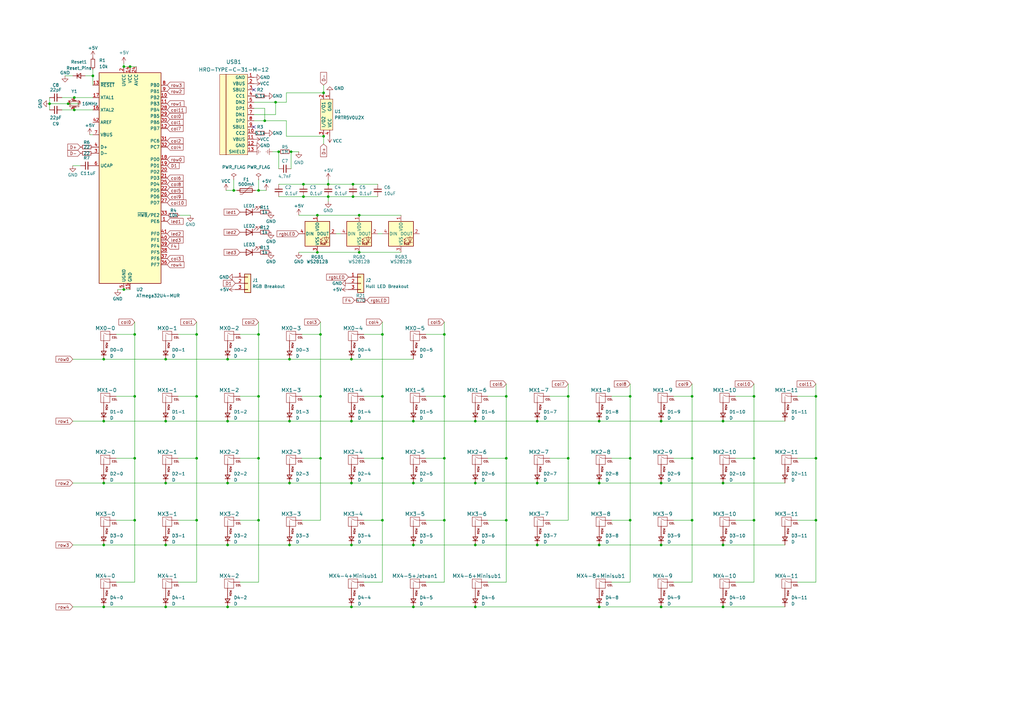
<source format=kicad_sch>
(kicad_sch (version 20211123) (generator eeschema)
  (paper "A3")
  (junction (at 144.145 172.72))
  (junction (at 220.345 198.12))
  (junction (at 93.345 248.92))
  (junction (at 144.78 75.565))
  (junction (at 106.045 78.105))
  (junction (at 245.745 172.72))
  (junction (at 144.145 223.52))
  (junction (at 131.445 187.96))
  (junction (at 283.845 162.56))
  (junction (at 233.045 162.56))
  (junction (at 124.46 80.645))
  (junction (at 42.545 147.32))
  (junction (at 42.545 172.72))
  (junction (at 134.62 75.565))
  (junction (at 271.145 248.92))
  (junction (at 80.645 137.16))
  (junction (at 156.845 187.96))
  (junction (at 132.715 38.1))
  (junction (at 309.245 187.96))
  (junction (at 93.345 198.12))
  (junction (at 283.845 213.36))
  (junction (at 182.245 162.56))
  (junction (at 169.545 198.12))
  (junction (at 207.645 187.96))
  (junction (at 144.145 147.32))
  (junction (at 309.245 162.56))
  (junction (at 296.545 198.12))
  (junction (at 131.445 162.56))
  (junction (at 233.045 187.96))
  (junction (at 245.745 198.12))
  (junction (at 194.945 223.52))
  (junction (at 80.645 162.56))
  (junction (at 334.645 187.96))
  (junction (at 296.545 223.52))
  (junction (at 258.445 162.56))
  (junction (at 27.94 42.545))
  (junction (at 220.345 172.72))
  (junction (at 67.945 172.72))
  (junction (at 106.045 187.96))
  (junction (at 144.78 80.645))
  (junction (at 93.345 147.32))
  (junction (at 169.545 223.52))
  (junction (at 113.03 41.91))
  (junction (at 50.8 27.305))
  (junction (at 156.845 162.56))
  (junction (at 283.845 187.96))
  (junction (at 271.145 223.52))
  (junction (at 93.345 172.72))
  (junction (at 67.945 198.12))
  (junction (at 334.645 213.36))
  (junction (at 147.32 103.505))
  (junction (at 95.885 78.105))
  (junction (at 134.62 80.645))
  (junction (at 182.245 137.16))
  (junction (at 118.745 198.12))
  (junction (at 207.645 162.56))
  (junction (at 156.845 213.36))
  (junction (at 194.945 248.92))
  (junction (at 124.46 75.565))
  (junction (at 147.32 88.265))
  (junction (at 114.3 62.23))
  (junction (at 245.745 223.52))
  (junction (at 30.48 40.005))
  (junction (at 194.945 198.12))
  (junction (at 55.245 187.96))
  (junction (at 42.545 248.92))
  (junction (at 106.045 213.36))
  (junction (at 245.745 248.92))
  (junction (at 182.245 213.36))
  (junction (at 108.585 49.53))
  (junction (at 296.545 248.92))
  (junction (at 42.545 198.12))
  (junction (at 42.545 223.52))
  (junction (at 169.545 248.92))
  (junction (at 334.645 162.56))
  (junction (at 118.745 172.72))
  (junction (at 182.245 187.96))
  (junction (at 130.175 88.265))
  (junction (at 296.545 172.72))
  (junction (at 67.945 147.32))
  (junction (at 132.715 55.88))
  (junction (at 93.345 223.52))
  (junction (at 194.945 172.72))
  (junction (at 309.245 213.36))
  (junction (at 30.48 45.085))
  (junction (at 207.645 213.36))
  (junction (at 258.445 213.36))
  (junction (at 271.145 172.72))
  (junction (at 53.34 27.305))
  (junction (at 80.645 187.96))
  (junction (at 144.145 248.92))
  (junction (at 106.045 137.16))
  (junction (at 67.945 248.92))
  (junction (at 144.145 198.12))
  (junction (at 131.445 137.16))
  (junction (at 67.945 223.52))
  (junction (at 55.245 213.36))
  (junction (at 55.245 137.16))
  (junction (at 119.38 62.23))
  (junction (at 271.145 198.12))
  (junction (at 20.32 42.545))
  (junction (at 220.345 223.52))
  (junction (at 38.1 31.115))
  (junction (at 80.645 213.36))
  (junction (at 106.045 162.56))
  (junction (at 156.845 137.16))
  (junction (at 169.545 172.72))
  (junction (at 118.745 147.32))
  (junction (at 50.8 118.745))
  (junction (at 258.445 187.96))
  (junction (at 130.175 103.505))
  (junction (at 118.745 223.52))
  (junction (at 55.245 162.56))
  (no_connect (at 104.14 52.07))
  (no_connect (at 104.14 36.83))
  (wire (pts (xy 283.845 213.36) (xy 283.845 238.76)))
  (wire (pts (xy 98.425 162.56) (xy 106.045 162.56)))
  (wire (pts (xy 104.14 44.45) (xy 108.585 44.45)))
  (wire (pts (xy 38.1 28.575) (xy 38.1 31.115)))
  (wire (pts (xy 132.715 55.88) (xy 132.715 59.055)))
  (wire (pts (xy 245.745 198.12) (xy 271.145 198.12)))
  (wire (pts (xy 134.62 80.645) (xy 134.62 82.55)))
  (wire (pts (xy 334.645 187.96) (xy 334.645 213.36)))
  (wire (pts (xy 182.245 213.36) (xy 182.245 238.76)))
  (wire (pts (xy 334.645 157.48) (xy 334.645 162.56)))
  (wire (pts (xy 156.845 187.96) (xy 156.845 213.36)))
  (wire (pts (xy 42.545 198.12) (xy 67.945 198.12)))
  (wire (pts (xy 245.745 223.52) (xy 271.145 223.52)))
  (wire (pts (xy 104.14 46.99) (xy 113.03 46.99)))
  (wire (pts (xy 124.46 80.645) (xy 134.62 80.645)))
  (wire (pts (xy 106.045 213.36) (xy 106.045 238.76)))
  (wire (pts (xy 93.345 198.12) (xy 118.745 198.12)))
  (wire (pts (xy 182.245 162.56) (xy 174.625 162.56)))
  (wire (pts (xy 98.425 187.96) (xy 106.045 187.96)))
  (wire (pts (xy 25.4 40.005) (xy 30.48 40.005)))
  (wire (pts (xy 131.445 137.16) (xy 131.445 162.56)))
  (wire (pts (xy 147.32 103.505) (xy 164.465 103.505)))
  (wire (pts (xy 92.71 78.105) (xy 95.885 78.105)))
  (wire (pts (xy 20.32 42.545) (xy 27.94 42.545)))
  (wire (pts (xy 50.8 27.305) (xy 53.34 27.305)))
  (wire (pts (xy 156.845 162.56) (xy 149.225 162.56)))
  (wire (pts (xy 47.625 162.56) (xy 55.245 162.56)))
  (wire (pts (xy 250.825 213.36) (xy 258.445 213.36)))
  (wire (pts (xy 194.945 172.72) (xy 220.345 172.72)))
  (wire (pts (xy 169.545 248.92) (xy 194.945 248.92)))
  (wire (pts (xy 73.025 238.76) (xy 80.645 238.76)))
  (wire (pts (xy 182.245 187.96) (xy 182.245 213.36)))
  (wire (pts (xy 200.025 187.96) (xy 207.645 187.96)))
  (wire (pts (xy 93.345 223.52) (xy 118.745 223.52)))
  (wire (pts (xy 93.345 248.92) (xy 144.145 248.92)))
  (wire (pts (xy 144.78 80.645) (xy 154.94 80.645)))
  (wire (pts (xy 334.645 162.56) (xy 334.645 187.96)))
  (wire (pts (xy 327.025 213.36) (xy 334.645 213.36)))
  (wire (pts (xy 144.145 223.52) (xy 169.545 223.52)))
  (wire (pts (xy 114.3 62.23) (xy 114.3 69.215)))
  (wire (pts (xy 67.945 147.32) (xy 93.345 147.32)))
  (wire (pts (xy 123.825 137.16) (xy 131.445 137.16)))
  (wire (pts (xy 80.645 187.96) (xy 80.645 213.36)))
  (wire (pts (xy 296.545 198.12) (xy 321.945 198.12)))
  (wire (pts (xy 283.845 162.56) (xy 283.845 187.96)))
  (wire (pts (xy 134.62 80.645) (xy 144.78 80.645)))
  (wire (pts (xy 144.78 75.565) (xy 154.94 75.565)))
  (wire (pts (xy 271.145 248.92) (xy 296.545 248.92)))
  (wire (pts (xy 258.445 213.36) (xy 258.445 238.76)))
  (wire (pts (xy 220.345 172.72) (xy 245.745 172.72)))
  (wire (pts (xy 104.775 78.105) (xy 106.045 78.105)))
  (wire (pts (xy 118.745 198.12) (xy 144.145 198.12)))
  (wire (pts (xy 309.245 187.96) (xy 309.245 213.36)))
  (wire (pts (xy 53.34 27.305) (xy 55.88 27.305)))
  (wire (pts (xy 113.03 41.91) (xy 113.03 46.99)))
  (wire (pts (xy 93.345 147.32) (xy 118.745 147.32)))
  (wire (pts (xy 271.145 223.52) (xy 296.545 223.52)))
  (wire (pts (xy 131.445 162.56) (xy 131.445 187.96)))
  (wire (pts (xy 334.645 238.76) (xy 327.025 238.76)))
  (wire (pts (xy 144.145 198.12) (xy 169.545 198.12)))
  (wire (pts (xy 296.545 223.52) (xy 321.945 223.52)))
  (wire (pts (xy 194.945 223.52) (xy 220.345 223.52)))
  (wire (pts (xy 174.625 213.36) (xy 182.245 213.36)))
  (wire (pts (xy 258.445 157.48) (xy 258.445 162.56)))
  (wire (pts (xy 156.845 213.36) (xy 156.845 238.76)))
  (wire (pts (xy 156.845 137.16) (xy 156.845 162.56)))
  (wire (pts (xy 194.945 198.12) (xy 220.345 198.12)))
  (wire (pts (xy 149.225 238.76) (xy 156.845 238.76)))
  (wire (pts (xy 25.4 45.085) (xy 30.48 45.085)))
  (wire (pts (xy 73.025 162.56) (xy 80.645 162.56)))
  (wire (pts (xy 169.545 198.12) (xy 194.945 198.12)))
  (wire (pts (xy 27.94 42.545) (xy 33.02 42.545)))
  (wire (pts (xy 67.945 248.92) (xy 93.345 248.92)))
  (wire (pts (xy 245.745 248.92) (xy 271.145 248.92)))
  (wire (pts (xy 207.645 187.96) (xy 207.645 213.36)))
  (wire (pts (xy 29.845 223.52) (xy 42.545 223.52)))
  (wire (pts (xy 80.645 213.36) (xy 80.645 238.76)))
  (wire (pts (xy 154.94 95.885) (xy 156.845 95.885)))
  (wire (pts (xy 114.3 75.565) (xy 124.46 75.565)))
  (wire (pts (xy 20.32 42.545) (xy 20.32 45.085)))
  (wire (pts (xy 124.46 75.565) (xy 134.62 75.565)))
  (wire (pts (xy 207.645 157.48) (xy 207.645 162.56)))
  (wire (pts (xy 134.62 73.66) (xy 134.62 75.565)))
  (wire (pts (xy 309.245 162.56) (xy 309.245 187.96)))
  (wire (pts (xy 67.945 198.12) (xy 93.345 198.12)))
  (wire (pts (xy 301.625 187.96) (xy 309.245 187.96)))
  (wire (pts (xy 122.555 103.505) (xy 130.175 103.505)))
  (wire (pts (xy 117.475 55.88) (xy 132.715 55.88)))
  (wire (pts (xy 156.845 132.08) (xy 156.845 137.16)))
  (wire (pts (xy 114.3 80.645) (xy 124.46 80.645)))
  (wire (pts (xy 106.045 162.56) (xy 106.045 187.96)))
  (wire (pts (xy 283.845 157.48) (xy 283.845 162.56)))
  (wire (pts (xy 67.945 223.52) (xy 93.345 223.52)))
  (wire (pts (xy 42.545 147.32) (xy 67.945 147.32)))
  (wire (pts (xy 108.585 49.53) (xy 117.475 49.53)))
  (wire (pts (xy 130.175 103.505) (xy 147.32 103.505)))
  (wire (pts (xy 174.625 187.96) (xy 182.245 187.96)))
  (wire (pts (xy 30.48 40.005) (xy 38.1 40.005)))
  (wire (pts (xy 131.445 187.96) (xy 131.445 213.36)))
  (wire (pts (xy 73.66 88.265) (xy 78.105 88.265)))
  (wire (pts (xy 327.025 162.56) (xy 334.645 162.56)))
  (wire (pts (xy 225.425 162.56) (xy 233.045 162.56)))
  (wire (pts (xy 95.885 78.105) (xy 97.155 78.105)))
  (wire (pts (xy 106.045 187.96) (xy 106.045 213.36)))
  (wire (pts (xy 104.14 41.91) (xy 113.03 41.91)))
  (wire (pts (xy 182.245 137.16) (xy 182.245 162.56)))
  (wire (pts (xy 149.225 137.16) (xy 156.845 137.16)))
  (wire (pts (xy 95.885 73.66) (xy 95.885 78.105)))
  (wire (pts (xy 20.32 40.005) (xy 20.32 42.545)))
  (wire (pts (xy 55.245 137.16) (xy 55.245 162.56)))
  (wire (pts (xy 47.625 213.36) (xy 55.245 213.36)))
  (wire (pts (xy 80.645 132.08) (xy 80.645 137.16)))
  (wire (pts (xy 106.045 137.16) (xy 106.045 162.56)))
  (wire (pts (xy 29.845 198.12) (xy 42.545 198.12)))
  (wire (pts (xy 220.345 223.52) (xy 245.745 223.52)))
  (wire (pts (xy 149.225 213.36) (xy 156.845 213.36)))
  (wire (pts (xy 38.1 31.115) (xy 38.1 34.925)))
  (wire (pts (xy 122.555 88.265) (xy 130.175 88.265)))
  (wire (pts (xy 296.545 172.72) (xy 321.945 172.72)))
  (wire (pts (xy 327.025 187.96) (xy 334.645 187.96)))
  (wire (pts (xy 80.645 162.56) (xy 80.645 187.96)))
  (wire (pts (xy 309.245 157.48) (xy 309.245 162.56)))
  (wire (pts (xy 207.645 213.36) (xy 207.645 238.76)))
  (wire (pts (xy 233.045 157.48) (xy 233.045 162.56)))
  (wire (pts (xy 123.825 213.36) (xy 131.445 213.36)))
  (wire (pts (xy 118.745 172.72) (xy 144.145 172.72)))
  (wire (pts (xy 207.645 162.56) (xy 207.645 187.96)))
  (wire (pts (xy 98.425 137.16) (xy 106.045 137.16)))
  (wire (pts (xy 250.825 162.56) (xy 258.445 162.56)))
  (wire (pts (xy 55.245 238.76) (xy 47.625 238.76)))
  (wire (pts (xy 276.225 162.56) (xy 283.845 162.56)))
  (wire (pts (xy 301.625 213.36) (xy 309.245 213.36)))
  (wire (pts (xy 47.625 137.16) (xy 55.245 137.16)))
  (wire (pts (xy 144.145 147.32) (xy 169.545 147.32)))
  (wire (pts (xy 156.845 162.56) (xy 156.845 187.96)))
  (wire (pts (xy 174.625 137.16) (xy 182.245 137.16)))
  (wire (pts (xy 233.045 187.96) (xy 233.045 213.36)))
  (wire (pts (xy 137.795 95.885) (xy 139.7 95.885)))
  (wire (pts (xy 118.745 147.32) (xy 144.145 147.32)))
  (wire (pts (xy 309.245 238.76) (xy 301.625 238.76)))
  (wire (pts (xy 42.545 248.92) (xy 67.945 248.92)))
  (wire (pts (xy 207.645 238.76) (xy 200.025 238.76)))
  (wire (pts (xy 55.245 213.36) (xy 55.245 238.76)))
  (wire (pts (xy 131.445 132.08) (xy 131.445 137.16)))
  (wire (pts (xy 42.545 172.72) (xy 67.945 172.72)))
  (wire (pts (xy 80.645 137.16) (xy 80.645 162.56)))
  (wire (pts (xy 50.8 26.035) (xy 50.8 27.305)))
  (wire (pts (xy 200.025 213.36) (xy 207.645 213.36)))
  (wire (pts (xy 42.545 223.52) (xy 67.945 223.52)))
  (wire (pts (xy 182.245 162.56) (xy 182.245 187.96)))
  (wire (pts (xy 169.545 223.52) (xy 194.945 223.52)))
  (wire (pts (xy 55.245 132.08) (xy 55.245 137.16)))
  (wire (pts (xy 93.345 172.72) (xy 118.745 172.72)))
  (wire (pts (xy 119.38 62.23) (xy 119.38 69.215)))
  (wire (pts (xy 26.67 31.115) (xy 29.845 31.115)))
  (wire (pts (xy 119.38 62.23) (xy 122.555 62.23)))
  (wire (pts (xy 29.845 147.32) (xy 42.545 147.32)))
  (wire (pts (xy 111.76 62.23) (xy 114.3 62.23)))
  (wire (pts (xy 245.745 172.72) (xy 271.145 172.72)))
  (wire (pts (xy 258.445 238.76) (xy 250.825 238.76)))
  (wire (pts (xy 283.845 187.96) (xy 283.845 213.36)))
  (wire (pts (xy 283.845 238.76) (xy 276.225 238.76)))
  (wire (pts (xy 334.645 213.36) (xy 334.645 238.76)))
  (wire (pts (xy 301.625 162.56) (xy 309.245 162.56)))
  (wire (pts (xy 47.625 187.96) (xy 55.245 187.96)))
  (wire (pts (xy 144.145 248.92) (xy 169.545 248.92)))
  (wire (pts (xy 104.14 49.53) (xy 108.585 49.53)))
  (wire (pts (xy 225.425 187.96) (xy 233.045 187.96)))
  (wire (pts (xy 118.745 223.52) (xy 144.145 223.52)))
  (wire (pts (xy 113.03 41.91) (xy 117.475 41.91)))
  (wire (pts (xy 123.825 187.96) (xy 131.445 187.96)))
  (wire (pts (xy 258.445 162.56) (xy 258.445 187.96)))
  (wire (pts (xy 67.945 172.72) (xy 93.345 172.72)))
  (wire (pts (xy 233.045 213.36) (xy 225.425 213.36)))
  (wire (pts (xy 117.475 49.53) (xy 117.475 55.88)))
  (wire (pts (xy 132.715 38.1) (xy 132.715 34.925)))
  (wire (pts (xy 149.225 187.96) (xy 156.845 187.96)))
  (wire (pts (xy 169.545 172.72) (xy 194.945 172.72)))
  (wire (pts (xy 276.225 213.36) (xy 283.845 213.36)))
  (wire (pts (xy 73.025 187.96) (xy 80.645 187.96)))
  (wire (pts (xy 147.32 88.265) (xy 164.465 88.265)))
  (wire (pts (xy 123.825 162.56) (xy 131.445 162.56)))
  (wire (pts (xy 296.545 248.92) (xy 321.945 248.92)))
  (wire (pts (xy 276.225 187.96) (xy 283.845 187.96)))
  (wire (pts (xy 73.025 213.36) (xy 80.645 213.36)))
  (wire (pts (xy 130.175 88.265) (xy 147.32 88.265)))
  (wire (pts (xy 220.345 198.12) (xy 245.745 198.12)))
  (wire (pts (xy 117.475 41.91) (xy 117.475 38.1)))
  (wire (pts (xy 50.8 118.745) (xy 53.34 118.745)))
  (wire (pts (xy 144.145 172.72) (xy 169.545 172.72)))
  (wire (pts (xy 200.025 162.56) (xy 207.645 162.56)))
  (wire (pts (xy 106.045 238.76) (xy 98.425 238.76)))
  (wire (pts (xy 29.845 172.72) (xy 42.545 172.72)))
  (wire (pts (xy 55.245 187.96) (xy 55.245 213.36)))
  (wire (pts (xy 36.83 55.245) (xy 38.1 55.245)))
  (wire (pts (xy 106.045 78.105) (xy 109.22 78.105)))
  (wire (pts (xy 174.625 238.76) (xy 182.245 238.76)))
  (wire (pts (xy 271.145 172.72) (xy 296.545 172.72)))
  (wire (pts (xy 98.425 213.36) (xy 106.045 213.36)))
  (wire (pts (xy 29.845 248.92) (xy 42.545 248.92)))
  (wire (pts (xy 194.945 248.92) (xy 245.745 248.92)))
  (wire (pts (xy 34.925 31.115) (xy 38.1 31.115)))
  (wire (pts (xy 250.825 187.96) (xy 258.445 187.96)))
  (wire (pts (xy 29.845 67.945) (xy 33.02 67.945)))
  (wire (pts (xy 106.045 73.66) (xy 106.045 78.105)))
  (wire (pts (xy 309.245 213.36) (xy 309.245 238.76)))
  (wire (pts (xy 258.445 187.96) (xy 258.445 213.36)))
  (wire (pts (xy 108.585 44.45) (xy 108.585 49.53)))
  (wire (pts (xy 30.48 45.085) (xy 38.1 45.085)))
  (wire (pts (xy 182.245 132.08) (xy 182.245 137.16)))
  (wire (pts (xy 117.475 38.1) (xy 132.715 38.1)))
  (wire (pts (xy 233.045 162.56) (xy 233.045 187.96)))
  (wire (pts (xy 73.025 137.16) (xy 80.645 137.16)))
  (wire (pts (xy 55.245 162.56) (xy 55.245 187.96)))
  (wire (pts (xy 106.045 132.08) (xy 106.045 137.16)))
  (wire (pts (xy 271.145 198.12) (xy 296.545 198.12)))
  (wire (pts (xy 134.62 75.565) (xy 144.78 75.565)))
  (wire (pts (xy 48.26 118.745) (xy 50.8 118.745)))
  (global_label "led3" (shape input) (at 98.425 103.505 180) (property "Intersheet References" "${INTERSHEET_REFS}" (effects hide)))
  (global_label "col9" (shape input) (at 68.58 80.645 0) (property "Intersheet References" "${INTERSHEET_REFS}" (effects hide)))
  (global_label "led2" (shape input) (at 98.425 95.25 180) (property "Intersheet References" "${INTERSHEET_REFS}" (effects hide)))
  (global_label "led1" (shape input) (at 68.58 90.805 0) (property "Intersheet References" "${INTERSHEET_REFS}" (effects hide)))
  (global_label "rgbLED" (shape input) (at 150.495 123.19 0) (property "Intersheet References" "${INTERSHEET_REFS}" (effects hide)))
  (global_label "D1" (shape input) (at 68.58 67.945 0) (property "Intersheet References" "${INTERSHEET_REFS}" (effects hide)))
  (global_label "D-" (shape input) (at 33.02 62.865 180) (property "Intersheet References" "${INTERSHEET_REFS}" (effects hide)))
  (global_label "D+" (shape input) (at 33.02 60.325 180) (property "Intersheet References" "${INTERSHEET_REFS}" (effects hide)))
  (global_label "row3" (shape input) (at 29.845 223.52 180) (property "Intersheet References" "${INTERSHEET_REFS}" (effects hide)))
  (global_label "col11" (shape input) (at 334.645 157.48 180) (property "Intersheet References" "${INTERSHEET_REFS}" (effects hide)))
  (global_label "col2" (shape input) (at 106.045 132.08 180) (property "Intersheet References" "${INTERSHEET_REFS}" (effects hide)))
  (global_label "col0" (shape input) (at 55.245 132.08 180) (property "Intersheet References" "${INTERSHEET_REFS}" (effects hide)))
  (global_label "rgbLED" (shape input) (at 122.555 95.885 180) (property "Intersheet References" "${INTERSHEET_REFS}" (effects hide)))
  (global_label "col9" (shape input) (at 283.845 157.48 180) (property "Intersheet References" "${INTERSHEET_REFS}" (effects hide)))
  (global_label "col8" (shape input) (at 258.445 157.48 180) (property "Intersheet References" "${INTERSHEET_REFS}" (effects hide)))
  (global_label "col10" (shape input) (at 68.58 83.185 0) (property "Intersheet References" "${INTERSHEET_REFS}" (effects hide)))
  (global_label "D+" (shape input) (at 132.715 59.055 270) (property "Intersheet References" "${INTERSHEET_REFS}" (effects hide)))
  (global_label "row2" (shape input) (at 29.845 198.12 180) (property "Intersheet References" "${INTERSHEET_REFS}" (effects hide)))
  (global_label "row0" (shape input) (at 68.58 65.405 0) (property "Intersheet References" "${INTERSHEET_REFS}" (effects hide)))
  (global_label "row0" (shape input) (at 29.845 147.32 180) (property "Intersheet References" "${INTERSHEET_REFS}" (effects hide)))
  (global_label "row4" (shape input) (at 29.845 248.92 180) (property "Intersheet References" "${INTERSHEET_REFS}" (effects hide)))
  (global_label "F4" (shape input) (at 68.58 100.965 0) (property "Intersheet References" "${INTERSHEET_REFS}" (effects hide)))
  (global_label "col7" (shape input) (at 68.58 52.705 0) (property "Intersheet References" "${INTERSHEET_REFS}" (effects hide)))
  (global_label "col7" (shape input) (at 233.045 157.48 180) (property "Intersheet References" "${INTERSHEET_REFS}" (effects hide)))
  (global_label "col5" (shape input) (at 182.245 132.08 180) (property "Intersheet References" "${INTERSHEET_REFS}" (effects hide)))
  (global_label "col11" (shape input) (at 68.58 45.085 0) (property "Intersheet References" "${INTERSHEET_REFS}" (effects hide)))
  (global_label "row2" (shape input) (at 68.58 37.465 0) (property "Intersheet References" "${INTERSHEET_REFS}" (effects hide)))
  (global_label "row3" (shape input) (at 68.58 34.925 0) (property "Intersheet References" "${INTERSHEET_REFS}" (effects hide)))
  (global_label "col1" (shape input) (at 68.58 50.165 0) (property "Intersheet References" "${INTERSHEET_REFS}" (effects hide)))
  (global_label "led3" (shape input) (at 68.58 98.425 0) (property "Intersheet References" "${INTERSHEET_REFS}" (effects hide)))
  (global_label "col4" (shape input) (at 68.58 60.325 0) (property "Intersheet References" "${INTERSHEET_REFS}" (effects hide)))
  (global_label "col6" (shape input) (at 207.645 157.48 180) (property "Intersheet References" "${INTERSHEET_REFS}" (effects hide)))
  (global_label "col3" (shape input) (at 131.445 132.08 180) (property "Intersheet References" "${INTERSHEET_REFS}" (effects hide)))
  (global_label "D1" (shape input) (at 96.52 116.205 180) (property "Intersheet References" "${INTERSHEET_REFS}" (effects hide)))
  (global_label "col8" (shape input) (at 68.58 75.565 0) (property "Intersheet References" "${INTERSHEET_REFS}" (effects hide)))
  (global_label "D-" (shape input) (at 132.715 34.925 90) (property "Intersheet References" "${INTERSHEET_REFS}" (effects hide)))
  (global_label "col1" (shape input) (at 80.645 132.08 180) (property "Intersheet References" "${INTERSHEET_REFS}" (effects hide)))
  (global_label "col3" (shape input) (at 68.58 106.045 0) (property "Intersheet References" "${INTERSHEET_REFS}" (effects hide)))
  (global_label "col5" (shape input) (at 68.58 78.105 0) (property "Intersheet References" "${INTERSHEET_REFS}" (effects hide)))
  (global_label "col2" (shape input) (at 68.58 57.785 0) (property "Intersheet References" "${INTERSHEET_REFS}" (effects hide)))
  (global_label "led1" (shape input) (at 98.425 86.995 180) (property "Intersheet References" "${INTERSHEET_REFS}" (effects hide)))
  (global_label "rgbLED" (shape input) (at 142.875 113.665 180) (property "Intersheet References" "${INTERSHEET_REFS}" (effects hide)))
  (global_label "row4" (shape input) (at 68.58 108.585 0) (property "Intersheet References" "${INTERSHEET_REFS}" (effects hide)))
  (global_label "row1" (shape input) (at 29.845 172.72 180) (property "Intersheet References" "${INTERSHEET_REFS}" (effects hide)))
  (global_label "col4" (shape input) (at 156.845 132.08 180) (property "Intersheet References" "${INTERSHEET_REFS}" (effects hide)))
  (global_label "led2" (shape input) (at 68.58 95.885 0) (property "Intersheet References" "${INTERSHEET_REFS}" (effects hide)))
  (global_label "row1" (shape input) (at 68.58 42.545 0) (property "Intersheet References" "${INTERSHEET_REFS}" (effects hide)))
  (global_label "col0" (shape input) (at 68.58 47.625 0) (property "Intersheet References" "${INTERSHEET_REFS}" (effects hide)))
  (global_label "F4" (shape input) (at 145.415 123.19 180) (property "Intersheet References" "${INTERSHEET_REFS}" (effects hide)))
  (global_label "col10" (shape input) (at 309.245 157.48 180) (property "Intersheet References" "${INTERSHEET_REFS}" (effects hide)))
  (global_label "col6" (shape input) (at 68.58 73.025 0) (property "Intersheet References" "${INTERSHEET_REFS}" (effects hide)))
  (symbol (lib_id "MX_Alps_Hybrid:MX-NoLED") (at 221.615 214.63 0) (unit 1)
    (property "Reference" "MX3-7" (at 220.98 210.82 0) (effects (font (size 1.524 1.524))))
    (property "Value" "MX-NoLED" (effects hide))
    (property "Footprint" "MX_Only:MXOnly-1U-Hotswap" (effects hide))
  )
  (symbol (lib_id "power:+5V") (at 109.22 78.105 0) (unit 1)
    (property "Reference" "#PWR0103" (effects hide))
    (property "Value" "+5V" (at 109.22 74.295 0))
  )
  (symbol (lib_id "Device:D_Small") (at 321.945 170.18 90) (unit 1)
    (property "Reference" "D1-11" (at 324.485 168.9099 90) (effects (justify right)))
    (property "Value" "D" (at 324.485 171.45 90) (effects (justify right)))
    (property "Footprint" "Diode_SMD:D_SOD-123" (effects hide))
  )
  (symbol (lib_id "Device:D_Small") (at 93.345 195.58 90) (unit 1)
    (property "Reference" "D2-2" (at 95.885 194.3099 90) (effects (justify right)))
    (property "Value" "D" (at 95.885 196.85 90) (effects (justify right)))
    (property "Footprint" "Diode_SMD:D_SOD-123" (effects hide))
  )
  (symbol (lib_id "Device:D_Small") (at 245.745 195.58 90) (unit 1)
    (property "Reference" "D2-8" (at 248.285 194.3099 90) (effects (justify right)))
    (property "Value" "D" (at 248.285 196.85 90) (effects (justify right)))
    (property "Footprint" "Diode_SMD:D_SOD-123" (effects hide))
  )
  (symbol (lib_id "power:GND") (at 111.125 103.505 0) (unit 1)
    (property "Reference" "#PWR0113" (effects hide))
    (property "Value" "GND" (at 111.125 107.315 0))
  )
  (symbol (lib_id "Device:R_Small") (at 38.1 26.035 0) (unit 1)
    (property "Reference" "R1" (at 40.64 24.7649 0) (effects (justify left)))
    (property "Value" "10k" (at 40.64 27.3049 0) (effects (justify left)))
    (property "Footprint" "Resistor_SMD:R_0603_1608Metric" (effects hide))
  )
  (symbol (lib_id "Device:C_Small") (at 22.86 45.085 90) (unit 1)
    (property "Reference" "C9" (at 22.86 50.8 90))
    (property "Value" "22pF" (at 22.86 48.26 90))
    (property "Footprint" "Capacitor_SMD:C_0603_1608Metric" (effects hide))
  )
  (symbol (lib_id "power:GND") (at 20.32 42.545 270) (unit 1)
    (property "Reference" "#PWR0108" (effects hide))
    (property "Value" "GND" (at 16.51 42.545 0))
  )
  (symbol (lib_id "Device:D_Small") (at 42.545 220.98 90) (unit 1)
    (property "Reference" "D3-0" (at 45.085 219.7099 90) (effects (justify right)))
    (property "Value" "D" (at 45.085 222.25 90) (effects (justify right)))
    (property "Footprint" "Diode_SMD:D_SOD-123" (effects hide))
  )
  (symbol (lib_id "MX_Alps_Hybrid:MX-NoLED") (at 247.015 189.23 0) (unit 1)
    (property "Reference" "MX2-8" (at 246.38 185.42 0) (effects (font (size 1.524 1.524))))
    (property "Value" "MX-NoLED" (effects hide))
    (property "Footprint" "MX_Only:MXOnly-1U-Hotswap" (effects hide))
  )
  (symbol (lib_id "Device:D_Small") (at 93.345 144.78 90) (unit 1)
    (property "Reference" "D0-2" (at 95.885 143.5099 90) (effects (justify right)))
    (property "Value" "D" (at 95.885 146.05 90) (effects (justify right)))
    (property "Footprint" "Diode_SMD:D_SOD-123" (effects hide))
  )
  (symbol (lib_id "MX_Alps_Hybrid:MX-NoLED") (at 43.815 138.43 0) (unit 1)
    (property "Reference" "MX0-0" (at 43.18 134.62 0) (effects (font (size 1.524 1.524))))
    (property "Value" "MX-NoLED" (effects hide))
    (property "Footprint" "MX_Only:MXOnly-1U-Hotswap" (effects hide))
  )
  (symbol (lib_id "Device:C_Small") (at 124.46 78.105 0) (unit 1)
    (property "Reference" "C3" (at 127 76.8412 0) (effects (justify left)))
    (property "Value" "0.1uF" (at 127 79.3812 0) (effects (justify left)))
    (property "Footprint" "Capacitor_SMD:C_0603_1608Metric" (effects hide))
  )
  (symbol (lib_id "power:GND") (at 122.555 62.23 0) (unit 1)
    (property "Reference" "#PWR0121" (effects hide))
    (property "Value" "GND" (at 122.555 66.675 0))
  )
  (symbol (lib_id "Type-C:HRO-TYPE-C-31-M-12") (at 101.6 45.72 0) (unit 1)
    (property "Reference" "USB1" (at 95.885 25.4 0) (effects (font (size 1.524 1.524))))
    (property "Value" "HRO-TYPE-C-31-M-12" (at 95.885 28.575 0) (effects (font (size 1.524 1.524))))
    (property "Footprint" "Type-C:HRO-TYPE-C-31-M-12-Assembly" (effects hide))
  )
  (symbol (lib_id "power:GND") (at 29.845 67.945 0) (unit 1)
    (property "Reference" "#PWR0116" (effects hide))
    (property "Value" "GND" (at 29.845 71.755 0))
  )
  (symbol (lib_id "MX_Alps_Hybrid:MX-NoLED") (at 69.215 240.03 0) (unit 1)
    (property "Reference" "MX4-1" (at 68.58 236.22 0) (effects (font (size 1.524 1.524))))
    (property "Value" "MX-NoLED" (effects hide))
    (property "Footprint" "MX_Only:MXOnly-1U-Hotswap" (effects hide))
  )
  (symbol (lib_id "Device:D_Small") (at 42.545 144.78 90) (unit 1)
    (property "Reference" "D0-0" (at 45.085 143.5099 90) (effects (justify right)))
    (property "Value" "D" (at 45.085 146.05 90) (effects (justify right)))
    (property "Footprint" "Diode_SMD:D_SOD-123" (effects hide))
  )
  (symbol (lib_id "Device:D_Small") (at 296.545 246.38 90) (unit 1)
    (property "Reference" "D4-10" (at 299.085 245.1099 90) (effects (justify right)))
    (property "Value" "D" (at 299.085 247.65 90) (effects (justify right)))
    (property "Footprint" "Diode_SMD:D_SOD-123" (effects hide))
  )
  (symbol (lib_id "LED:WS2812B") (at 130.175 95.885 0) (unit 1)
    (property "Reference" "RGB1" (at 130.175 105.41 0))
    (property "Value" "WS2812B" (at 130.175 107.315 0))
    (property "Footprint" "Keebio-Parts:WS2812B" (effects hide))
    (property "Datasheet" "https://cdn-shop.adafruit.com/datasheets/WS2812B.pdf" (effects hide))
  )
  (symbol (lib_id "MX_Alps_Hybrid:MX-NoLED") (at 247.015 214.63 0) (unit 1)
    (property "Reference" "MX3-8" (at 246.38 210.82 0) (effects (font (size 1.524 1.524))))
    (property "Value" "MX-NoLED" (effects hide))
    (property "Footprint" "MX_Only:MXOnly-1U-Hotswap" (effects hide))
  )
  (symbol (lib_id "power:GND") (at 134.62 82.55 0) (unit 1)
    (property "Reference" "#PWR0101" (effects hide))
    (property "Value" "GND" (at 134.62 86.36 0))
  )
  (symbol (lib_id "power:GND") (at 111.125 86.995 0) (unit 1)
    (property "Reference" "#PWR0111" (effects hide))
    (property "Value" "GND" (at 111.125 90.805 0))
  )
  (symbol (lib_id "MX_Alps_Hybrid:MX-NoLED") (at 43.815 214.63 0) (unit 1)
    (property "Reference" "MX3-0" (at 43.18 210.82 0) (effects (font (size 1.524 1.524))))
    (property "Value" "MX-NoLED" (effects hide))
    (property "Footprint" "MX_Only:MXOnly-1.75U-Hotswap" (effects hide))
  )
  (symbol (lib_id "Device:R_Small") (at 108.585 103.505 90) (unit 1)
    (property "Reference" "R13" (at 108.585 101.6 90))
    (property "Value" "1k" (at 108.585 103.505 90))
    (property "Footprint" "Resistor_SMD:R_0805_2012Metric" (effects hide))
  )
  (symbol (lib_id "MX_Alps_Hybrid:MX-NoLED") (at 43.815 163.83 0) (unit 1)
    (property "Reference" "MX1-0" (at 43.815 160.02 0) (effects (font (size 1.524 1.524))))
    (property "Value" "MX-NoLED" (effects hide))
    (property "Footprint" "MX_Only:MXOnly-1U-Hotswap" (effects hide))
  )
  (symbol (lib_id "Device:C_Small") (at 35.56 67.945 90) (unit 1)
    (property "Reference" "C1" (at 34.29 71.12 90))
    (property "Value" "1uF" (at 37.465 71.12 90))
    (property "Footprint" "Capacitor_SMD:C_0603_1608Metric" (effects hide))
  )
  (symbol (lib_id "MX_Alps_Hybrid:MX-NoLED") (at 145.415 138.43 0) (unit 1)
    (property "Reference" "MX0-4" (at 144.78 134.62 0) (effects (font (size 1.524 1.524))))
    (property "Value" "MX-NoLED" (effects hide))
    (property "Footprint" "MX_Only:MXOnly-1U-Hotswap" (effects hide))
  )
  (symbol (lib_id "Connector_Generic:Conn_01x03") (at 147.955 116.205 0) (unit 1)
    (property "Reference" "J2" (at 149.86 114.935 0) (effects (justify left)))
    (property "Value" "Hull LED Breakout" (at 149.86 117.475 0) (effects (justify left)))
    (property "Footprint" "Connector_PinHeader_2.54mm:PinHeader_1x03_P2.54mm_Vertical" (effects hide))
  )
  (symbol (lib_id "Device:D_Small") (at 118.745 144.78 90) (unit 1)
    (property "Reference" "D0-3" (at 121.285 143.5099 90) (effects (justify right)))
    (property "Value" "D" (at 121.285 146.05 90) (effects (justify right)))
    (property "Footprint" "Diode_SMD:D_SOD-123" (effects hide))
  )
  (symbol (lib_id "Device:D_Small") (at 220.345 170.18 90) (unit 1)
    (property "Reference" "D1-7" (at 222.885 168.9099 90) (effects (justify right)))
    (property "Value" "D" (at 222.885 171.45 90) (effects (justify right)))
    (property "Footprint" "Diode_SMD:D_SOD-123" (effects hide))
  )
  (symbol (lib_id "Device:D_Small") (at 118.745 220.98 90) (unit 1)
    (property "Reference" "D3-3" (at 121.285 219.7099 90) (effects (justify right)))
    (property "Value" "D" (at 121.285 222.25 90) (effects (justify right)))
    (property "Footprint" "Diode_SMD:D_SOD-123" (effects hide))
  )
  (symbol (lib_id "Device:D_Small") (at 271.145 195.58 90) (unit 1)
    (property "Reference" "D2-9" (at 273.685 194.3099 90) (effects (justify right)))
    (property "Value" "D" (at 273.685 196.85 90) (effects (justify right)))
    (property "Footprint" "Diode_SMD:D_SOD-123" (effects hide))
  )
  (symbol (lib_id "Device:Crystal_GND24_Small") (at 30.48 42.545 270) (unit 1)
    (property "Reference" "Y1" (at 30.48 37.465 90))
    (property "Value" "16MHz" (at 36.83 42.545 90))
    (property "Footprint" "Crystal:Crystal_SMD_3225-4Pin_3.2x2.5mm" (effects hide))
  )
  (symbol (lib_id "power:VCC") (at 92.71 78.105 0) (unit 1)
    (property "Reference" "#PWR0126" (effects hide))
    (property "Value" "VCC" (at 92.71 74.295 0))
  )
  (symbol (lib_id "power:GND") (at 104.14 59.69 90) (unit 1)
    (property "Reference" "#PWR0106" (effects hide))
    (property "Value" "GND" (at 106.68 59.69 90) (effects (justify right)))
  )
  (symbol (lib_id "MX_Alps_Hybrid:MX-NoLED") (at 94.615 214.63 0) (unit 1)
    (property "Reference" "MX3-2" (at 93.98 210.82 0) (effects (font (size 1.524 1.524))))
    (property "Value" "MX-NoLED" (effects hide))
    (property "Footprint" "MX_Only:MXOnly-1U-Hotswap" (effects hide))
  )
  (symbol (lib_id "MX_Alps_Hybrid:MX-NoLED") (at 94.615 163.83 0) (unit 1)
    (property "Reference" "MX1-2" (at 93.98 160.02 0) (effects (font (size 1.524 1.524))))
    (property "Value" "MX-NoLED" (effects hide))
    (property "Footprint" "MX_Only:MXOnly-1U-Hotswap" (effects hide))
  )
  (symbol (lib_id "MX_Alps_Hybrid:MX-NoLED") (at 145.415 214.63 0) (unit 1)
    (property "Reference" "MX3-4" (at 144.78 210.82 0) (effects (font (size 1.524 1.524))))
    (property "Value" "MX-NoLED" (effects hide))
    (property "Footprint" "MX_Only:MXOnly-1U-Hotswap" (effects hide))
  )
  (symbol (lib_id "power:VCC") (at 104.14 34.29 270) (unit 1)
    (property "Reference" "#PWR0124" (effects hide))
    (property "Value" "VCC" (at 108.585 34.29 90))
  )
  (symbol (lib_id "Device:D_Small") (at 144.145 220.98 90) (unit 1)
    (property "Reference" "D3-4" (at 146.685 219.7099 90) (effects (justify right)))
    (property "Value" "D" (at 146.685 222.25 90) (effects (justify right)))
    (property "Footprint" "Diode_SMD:D_SOD-123" (effects hide))
  )
  (symbol (lib_id "MX_Alps_Hybrid:MX-NoLED") (at 120.015 138.43 0) (unit 1)
    (property "Reference" "MX0-3" (at 119.38 134.62 0) (effects (font (size 1.524 1.524))))
    (property "Value" "MX-NoLED" (effects hide))
    (property "Footprint" "MX_Only:MXOnly-1U-Hotswap" (effects hide))
  )
  (symbol (lib_id "Device:D_Small") (at 144.145 195.58 90) (unit 1)
    (property "Reference" "D2-4" (at 146.685 194.3099 90) (effects (justify right)))
    (property "Value" "D" (at 146.685 196.85 90) (effects (justify right)))
    (property "Footprint" "Diode_SMD:D_SOD-123" (effects hide))
  )
  (symbol (lib_id "Device:D_Small") (at 194.945 220.98 90) (unit 1)
    (property "Reference" "D3-6" (at 197.485 219.7099 90) (effects (justify right)))
    (property "Value" "D" (at 197.485 222.25 90) (effects (justify right)))
    (property "Footprint" "Diode_SMD:D_SOD-123" (effects hide))
  )
  (symbol (lib_id "power:+5V") (at 36.83 55.245 0) (unit 1)
    (property "Reference" "#PWR0110" (effects hide))
    (property "Value" "+5V" (at 36.83 51.435 0))
  )
  (symbol (lib_id "Device:R_Small") (at 116.84 62.23 90) (unit 1)
    (property "Reference" "R5" (at 116.84 60.325 90))
    (property "Value" "1M" (at 116.84 62.23 90))
    (property "Footprint" "Resistor_SMD:R_0603_1608Metric" (effects hide))
  )
  (symbol (lib_id "MX_Alps_Hybrid:MX-NoLED") (at 196.215 189.23 0) (unit 1)
    (property "Reference" "MX2-6" (at 195.58 185.42 0) (effects (font (size 1.524 1.524))))
    (property "Value" "MX-NoLED" (effects hide))
    (property "Footprint" "MX_Only:MXOnly-1U-Hotswap" (effects hide))
  )
  (symbol (lib_id "Device:D_Small") (at 220.345 195.58 90) (unit 1)
    (property "Reference" "D2-7" (at 222.885 194.3099 90) (effects (justify right)))
    (property "Value" "D" (at 222.885 196.85 90) (effects (justify right)))
    (property "Footprint" "Diode_SMD:D_SOD-123" (effects hide))
  )
  (symbol (lib_id "MX_Alps_Hybrid:MX-NoLED") (at 297.815 240.03 0) (unit 1)
    (property "Reference" "MX4-10" (at 297.18 236.22 0) (effects (font (size 1.524 1.524))))
    (property "Value" "MX-NoLED" (effects hide))
    (property "Footprint" "MX_Only:MXOnly-1U-Hotswap" (effects hide))
  )
  (symbol (lib_id "Device:R_Small") (at 35.56 60.325 90) (unit 1)
    (property "Reference" "R6" (at 35.56 58.42 90))
    (property "Value" "22" (at 35.56 60.325 90))
    (property "Footprint" "Resistor_SMD:R_0805_2012Metric" (effects hide))
  )
  (symbol (lib_id "Device:D_Small") (at 144.145 246.38 90) (unit 1)
    (property "Reference" "D4-4" (at 146.685 245.1099 90) (effects (justify right)))
    (property "Value" "D" (at 146.685 247.65 90) (effects (justify right)))
    (property "Footprint" "Diode_SMD:D_SOD-123" (effects hide))
  )
  (symbol (lib_id "Device:R_Small") (at 106.68 54.61 90) (unit 1)
    (property "Reference" "R3" (at 106.68 52.07 90))
    (property "Value" "5.1k" (at 106.68 54.61 90))
    (property "Footprint" "Resistor_SMD:R_0603_1608Metric" (effects hide))
  )
  (symbol (lib_id "MX_Alps_Hybrid:MX-NoLED") (at 170.815 240.03 0) (unit 1)
    (property "Reference" "MX4-5+Jetvan1" (at 170.18 236.22 0) (effects (font (size 1.524 1.524))))
    (property "Value" "MX-NoLED" (effects hide))
    (property "Footprint" "MX_Only:MXOnly-6.25U-Hotswap-ReversedStabilizers" (effects hide))
  )
  (symbol (lib_id "MX_Alps_Hybrid:MX-NoLED") (at 297.815 189.23 0) (unit 1)
    (property "Reference" "MX2-10" (at 297.18 185.42 0) (effects (font (size 1.524 1.524))))
    (property "Value" "MX-NoLED" (effects hide))
    (property "Footprint" "MX_Only:MXOnly-1U-Hotswap" (effects hide))
  )
  (symbol (lib_id "Device:D_Small") (at 42.545 246.38 90) (unit 1)
    (property "Reference" "D4-0" (at 45.085 245.1099 90) (effects (justify right)))
    (property "Value" "D" (at 45.085 247.65 90) (effects (justify right)))
    (property "Footprint" "Diode_SMD:D_SOD-123" (effects hide))
  )
  (symbol (lib_id "power:+5V") (at 38.1 23.495 0) (unit 1)
    (property "Reference" "#PWR0114" (effects hide))
    (property "Value" "+5V" (at 38.1 19.685 0))
  )
  (symbol (lib_id "Device:D_Small") (at 93.345 220.98 90) (unit 1)
    (property "Reference" "D3-2" (at 95.885 219.7099 90) (effects (justify right)))
    (property "Value" "D" (at 95.885 222.25 90) (effects (justify right)))
    (property "Footprint" "Diode_SMD:D_SOD-123" (effects hide))
  )
  (symbol (lib_id "power:GND") (at 26.67 31.115 0) (unit 1)
    (property "Reference" "#PWR0109" (effects hide))
    (property "Value" "GND" (at 26.67 29.845 0))
  )
  (symbol (lib_id "MX_Alps_Hybrid:MX-NoLED") (at 272.415 189.23 0) (unit 1)
    (property "Reference" "MX2-9" (at 271.78 185.42 0) (effects (font (size 1.524 1.524))))
    (property "Value" "MX-NoLED" (effects hide))
    (property "Footprint" "MX_Only:MXOnly-1U-Hotswap" (effects hide))
  )
  (symbol (lib_id "power:GND") (at 96.52 113.665 270) (unit 1)
    (property "Reference" "#PWR0127" (effects hide))
    (property "Value" "GND" (at 93.98 113.665 90) (effects (justify right)))
  )
  (symbol (lib_id "Device:D_Small") (at 67.945 195.58 90) (unit 1)
    (property "Reference" "D2-1" (at 70.485 194.3099 90) (effects (justify right)))
    (property "Value" "D" (at 70.485 196.85 90) (effects (justify right)))
    (property "Footprint" "Diode_SMD:D_SOD-123" (effects hide))
  )
  (symbol (lib_id "MX_Alps_Hybrid:MX-NoLED") (at 94.615 240.03 0) (unit 1)
    (property "Reference" "MX4-2" (at 93.98 236.22 0) (effects (font (size 1.524 1.524))))
    (property "Value" "MX-NoLED" (effects hide))
    (property "Footprint" "MX_Only:MXOnly-1.25U-Hotswap" (effects hide))
  )
  (symbol (lib_id "power:PWR_FLAG") (at 106.045 73.66 0) (unit 1)
    (property "Reference" "#FLG0101" (effects hide))
    (property "Value" "PWR_FLAG" (at 106.045 68.58 0))
  )
  (symbol (lib_id "power:VCC") (at 104.14 57.15 270) (unit 1)
    (property "Reference" "#PWR0104" (effects hide))
    (property "Value" "VCC" (at 108.585 57.15 90))
  )
  (symbol (lib_id "MX_Alps_Hybrid:MX-NoLED") (at 145.415 189.23 0) (unit 1)
    (property "Reference" "MX2-4" (at 144.78 185.42 0) (effects (font (size 1.524 1.524))))
    (property "Value" "MX-NoLED" (effects hide))
    (property "Footprint" "MX_Only:MXOnly-1U-Hotswap" (effects hide))
  )
  (symbol (lib_id "Device:D_Small") (at 245.745 246.38 90) (unit 1)
    (property "Reference" "D4-8" (at 248.285 245.1099 90) (effects (justify right)))
    (property "Value" "D" (at 248.285 247.65 90) (effects (justify right)))
    (property "Footprint" "Diode_SMD:D_SOD-123" (effects hide))
  )
  (symbol (lib_id "LED:WS2812B") (at 147.32 95.885 0) (unit 1)
    (property "Reference" "RGB2" (at 147.32 105.41 0))
    (property "Value" "WS2812B" (at 147.32 107.315 0))
    (property "Footprint" "Keebio-Parts:WS2812B" (effects hide))
    (property "Datasheet" "https://cdn-shop.adafruit.com/datasheets/WS2812B.pdf" (effects hide))
  )
  (symbol (lib_id "power:+5V") (at 142.875 118.745 90) (unit 1)
    (property "Reference" "#PWR0131" (effects hide))
    (property "Value" "+5V" (at 140.335 118.745 90) (effects (justify left)))
  )
  (symbol (lib_id "MX_Alps_Hybrid:MX-NoLED") (at 323.215 189.23 0) (unit 1)
    (property "Reference" "MX2-11" (at 322.58 185.42 0) (effects (font (size 1.524 1.524))))
    (property "Value" "MX-NoLED" (effects hide))
    (property "Footprint" "MX_Only:MXOnly-1.5U-Hotswap" (effects hide))
  )
  (symbol (lib_id "power:Earth") (at 111.76 62.23 270) (unit 1)
    (property "Reference" "#PWR0105" (effects hide))
    (property "Value" "Earth" (effects hide))
  )
  (symbol (lib_id "MX_Alps_Hybrid:MX-NoLED") (at 120.015 214.63 0) (unit 1)
    (property "Reference" "MX3-3" (at 119.38 210.82 0) (effects (font (size 1.524 1.524))))
    (property "Value" "MX-NoLED" (effects hide))
    (property "Footprint" "MX_Only:MXOnly-1U-Hotswap" (effects hide))
  )
  (symbol (lib_id "Device:C_Small") (at 22.86 40.005 90) (unit 1)
    (property "Reference" "C8" (at 22.86 34.925 90))
    (property "Value" "22pF" (at 22.86 36.83 90))
    (property "Footprint" "Capacitor_SMD:C_0603_1608Metric" (effects hide))
  )
  (symbol (lib_id "Device:R_Small") (at 35.56 62.865 90) (unit 1)
    (property "Reference" "R7" (at 35.56 64.77 90))
    (property "Value" "22" (at 35.56 62.865 90))
    (property "Footprint" "Resistor_SMD:R_0805_2012Metric" (effects hide))
  )
  (symbol (lib_id "MX_Alps_Hybrid:MX-NoLED") (at 145.415 240.03 0) (unit 1)
    (property "Reference" "MX4-4+Minisub1" (at 144.78 236.22 0) (effects (font (size 1.524 1.524))))
    (property "Value" "MX-NoLED" (effects hide))
    (property "Footprint" "MX_Only:MXOnly-2.75U-Hotswap-ReversedStabilizers" (effects hide))
  )
  (symbol (lib_id "power:GND") (at 135.255 38.1 180) (unit 1)
    (property "Reference" "#PWR0119" (effects hide))
    (property "Value" "GND" (at 139.065 36.195 0))
  )
  (symbol (lib_id "MX_Alps_Hybrid:MX-NoLED") (at 43.815 189.23 0) (unit 1)
    (property "Reference" "MX2-0" (at 43.18 185.42 0) (effects (font (size 1.524 1.524))))
    (property "Value" "MX-NoLED" (effects hide))
    (property "Footprint" "MX_Only:MXOnly-1.25U-Hotswap" (effects hide))
  )
  (symbol (lib_id "Device:R_Small") (at 106.68 39.37 90) (unit 1)
    (property "Reference" "R2" (at 106.68 36.83 90))
    (property "Value" "5.1k" (at 106.68 39.37 90))
    (property "Footprint" "Resistor_SMD:R_0603_1608Metric" (effects hide))
  )
  (symbol (lib_id "MX_Alps_Hybrid:MX-NoLED") (at 69.215 138.43 0) (unit 1)
    (property "Reference" "MX0-1" (at 68.58 134.62 0) (effects (font (size 1.524 1.524))))
    (property "Value" "MX-NoLED" (effects hide))
    (property "Footprint" "MX_Only:MXOnly-1U-Hotswap" (effects hide))
  )
  (symbol (lib_id "Device:D_Small") (at 144.145 170.18 90) (unit 1)
    (property "Reference" "D1-4" (at 146.685 168.9099 90) (effects (justify right)))
    (property "Value" "D" (at 146.685 171.45 90) (effects (justify right)))
    (property "Footprint" "Diode_SMD:D_SOD-123" (effects hide))
  )
  (symbol (lib_id "Device:D_Small") (at 67.945 170.18 90) (unit 1)
    (property "Reference" "D1-1" (at 70.485 168.9099 90) (effects (justify right)))
    (property "Value" "D" (at 70.485 171.45 90) (effects (justify right)))
    (property "Footprint" "Diode_SMD:D_SOD-123" (effects hide))
  )
  (symbol (lib_id "MX_Alps_Hybrid:MX-NoLED") (at 272.415 163.83 0) (unit 1)
    (property "Reference" "MX1-9" (at 271.78 160.02 0) (effects (font (size 1.524 1.524))))
    (property "Value" "MX-NoLED" (effects hide))
    (property "Footprint" "MX_Only:MXOnly-1U-Hotswap" (effects hide))
  )
  (symbol (lib_id "power:+5V") (at 96.52 118.745 90) (unit 1)
    (property "Reference" "#PWR0128" (effects hide))
    (property "Value" "+5V" (at 93.98 118.745 90) (effects (justify left)))
  )
  (symbol (lib_id "power:GND") (at 109.22 39.37 90) (unit 1)
    (property "Reference" "#PWR0117" (effects hide))
    (property "Value" "GND" (at 111.76 39.37 90) (effects (justify right)))
  )
  (symbol (lib_id "Device:D_Small") (at 271.145 220.98 90) (unit 1)
    (property "Reference" "D3-9" (at 273.685 219.7099 90) (effects (justify right)))
    (property "Value" "D" (at 273.685 222.25 90) (effects (justify right)))
    (property "Footprint" "Diode_SMD:D_SOD-123" (effects hide))
  )
  (symbol (lib_id "LED:WS2812B") (at 164.465 95.885 0) (unit 1)
    (property "Reference" "RGB3" (at 164.465 105.41 0))
    (property "Value" "WS2812B" (at 164.465 107.315 0))
    (property "Footprint" "Keebio-Parts:WS2812B" (effects hide))
    (property "Datasheet" "https://cdn-shop.adafruit.com/datasheets/WS2812B.pdf" (effects hide))
  )
  (symbol (lib_id "keebio:PRTR5V0U2X") (at 133.985 46.99 270) (unit 1)
    (property "Reference" "U1" (at 137.16 45.7199 90) (effects (justify left)))
    (property "Value" "PRTR5V0U2X" (at 137.16 48.2599 90) (effects (justify left)))
    (property "Footprint" "Keebio-Parts:SOT-143B" (effects hide))
  )
  (symbol (lib_id "Device:R_Small") (at 71.12 88.265 270) (unit 1)
    (property "Reference" "R4" (at 71.12 86.36 90))
    (property "Value" "10k" (at 71.12 88.265 90))
    (property "Footprint" "Resistor_SMD:R_0603_1608Metric" (effects hide))
  )
  (symbol (lib_id "Device:D_Small") (at 67.945 246.38 90) (unit 1)
    (property "Reference" "D4-1" (at 70.485 245.1099 90) (effects (justify right)))
    (property "Value" "D" (at 70.485 247.65 90) (effects (justify right)))
    (property "Footprint" "Diode_SMD:D_SOD-123" (effects hide))
  )
  (symbol (lib_id "Device:D_Small") (at 169.545 195.58 90) (unit 1)
    (property "Reference" "D2-5" (at 172.085 194.3099 90) (effects (justify right)))
    (property "Value" "D" (at 172.085 196.85 90) (effects (justify right)))
    (property "Footprint" "Diode_SMD:D_SOD-123" (effects hide))
  )
  (symbol (lib_id "MX_Alps_Hybrid:MX-NoLED") (at 297.815 163.83 0) (unit 1)
    (property "Reference" "MX1-10" (at 297.18 160.02 0) (effects (font (size 1.524 1.524))))
    (property "Value" "MX-NoLED" (effects hide))
    (property "Footprint" "MX_Only:MXOnly-1U-Hotswap" (effects hide))
  )
  (symbol (lib_id "Device:D_Small") (at 169.545 144.78 90) (unit 1)
    (property "Reference" "D0-5" (at 172.085 143.5099 90) (effects (justify right)))
    (property "Value" "D" (at 172.085 146.05 90) (effects (justify right)))
    (property "Footprint" "Diode_SMD:D_SOD-123" (effects hide))
  )
  (symbol (lib_id "MX_Alps_Hybrid:MX-NoLED") (at 120.015 189.23 0) (unit 1)
    (property "Reference" "MX2-3" (at 119.38 185.42 0) (effects (font (size 1.524 1.524))))
    (property "Value" "MX-NoLED" (effects hide))
    (property "Footprint" "MX_Only:MXOnly-1U-Hotswap" (effects hide))
  )
  (symbol (lib_id "Device:C_Small") (at 154.94 78.105 0) (unit 1)
    (property "Reference" "C6" (at 157.48 76.8412 0) (effects (justify left)))
    (property "Value" "10uF" (at 157.48 79.3812 0) (effects (justify left)))
    (property "Footprint" "Capacitor_SMD:C_0603_1608Metric" (effects hide))
  )
  (symbol (lib_id "power:GND") (at 111.125 95.25 0) (unit 1)
    (property "Reference" "#PWR0112" (effects hide))
    (property "Value" "GND" (at 111.125 99.06 0))
  )
  (symbol (lib_id "power:GND") (at 142.875 116.205 270) (unit 1)
    (property "Reference" "#PWR0132" (effects hide))
    (property "Value" "GND" (at 140.335 116.205 90) (effects (justify right)))
  )
  (symbol (lib_id "Device:D_Small") (at 194.945 246.38 90) (unit 1)
    (property "Reference" "D4-6" (at 197.485 245.1099 90) (effects (justify right)))
    (property "Value" "D" (at 197.485 247.65 90) (effects (justify right)))
    (property "Footprint" "Diode_SMD:D_SOD-123" (effects hide))
  )
  (symbol (lib_id "Device:C_Small") (at 116.84 69.215 90) (unit 1)
    (property "Reference" "C7" (at 116.84 66.04 90))
    (property "Value" "4.7nF" (at 116.84 72.39 90))
    (property "Footprint" "Capacitor_SMD:C_0603_1608Metric" (effects hide))
  )
  (symbol (lib_id "MX_Alps_Hybrid:MX-NoLED") (at 221.615 189.23 0) (unit 1)
    (property "Reference" "MX2-7" (at 220.98 185.42 0) (effects (font (size 1.524 1.524))))
    (property "Value" "MX-NoLED" (effects hide))
    (property "Footprint" "MX_Only:MXOnly-1U-Hotswap" (effects hide))
  )
  (symbol (lib_id "power:Earth") (at 104.14 62.23 90) (unit 1)
    (property "Reference" "#PWR0107" (effects hide))
    (property "Value" "Earth" (effects hide))
  )
  (symbol (lib_id "power:VCC") (at 135.255 55.88 180) (unit 1)
    (property "Reference" "#PWR0120" (effects hide))
    (property "Value" "VCC" (at 138.43 57.785 0))
  )
  (symbol (lib_id "MX_Alps_Hybrid:MX-NoLED") (at 323.215 163.83 0) (unit 1)
    (property "Reference" "MX1-11" (at 322.58 160.02 0) (effects (font (size 1.524 1.524))))
    (property "Value" "MX-NoLED" (effects hide))
    (property "Footprint" "MX_Only:MXOnly-1.75U-Hotswap" (effects hide))
  )
  (symbol (lib_id "Device:D_Small") (at 321.945 195.58 90) (unit 1)
    (property "Reference" "D2-11" (at 324.485 194.3099 90) (effects (justify right)))
    (property "Value" "D" (at 324.485 196.85 90) (effects (justify right)))
    (property "Footprint" "Diode_SMD:D_SOD-123" (effects hide))
  )
  (symbol (lib_id "power:+5V") (at 50.8 26.035 0) (unit 1)
    (property "Reference" "#PWR0115" (effects hide))
    (property "Value" "+5V" (at 50.8 21.59 0))
  )
  (symbol (lib_id "MX_Alps_Hybrid:MX-NoLED") (at 170.815 163.83 0) (unit 1)
    (property "Reference" "MX1-5" (at 170.18 160.02 0) (effects (font (size 1.524 1.524))))
    (property "Value" "MX-NoLED" (effects hide))
    (property "Footprint" "MX_Only:MXOnly-1U-Hotswap" (effects hide))
  )
  (symbol (lib_id "MX_Alps_Hybrid:MX-NoLED") (at 170.815 189.23 0) (unit 1)
    (property "Reference" "MX2-5" (at 170.18 185.42 0) (effects (font (size 1.524 1.524))))
    (property "Value" "MX-NoLED" (effects hide))
    (property "Footprint" "MX_Only:MXOnly-1U-Hotswap" (effects hide))
  )
  (symbol (lib_id "MX_Alps_Hybrid:MX-NoLED") (at 69.215 214.63 0) (unit 1)
    (property "Reference" "MX3-1" (at 68.58 210.82 0) (effects (font (size 1.524 1.524))))
    (property "Value" "MX-NoLED" (effects hide))
    (property "Footprint" "MX_Only:MXOnly-1U-Hotswap" (effects hide))
  )
  (symbol (lib_id "power:+5V") (at 134.62 73.66 0) (unit 1)
    (property "Reference" "#PWR0118" (effects hide))
    (property "Value" "+5V" (at 134.62 69.85 0))
  )
  (symbol (lib_id "MX_Alps_Hybrid:MX-NoLED") (at 94.615 138.43 0) (unit 1)
    (property "Reference" "MX0-2" (at 93.98 134.62 0) (effects (font (size 1.524 1.524))))
    (property "Value" "MX-NoLED" (effects hide))
    (property "Footprint" "MX_Only:MXOnly-1U-Hotswap" (effects hide))
  )
  (symbol (lib_id "power:GND") (at 104.14 31.75 90) (unit 1)
    (property "Reference" "#PWR0125" (effects hide))
    (property "Value" "GND" (at 106.68 31.75 90) (effects (justify right)))
  )
  (symbol (lib_id "Device:D_Small") (at 220.345 220.98 90) (unit 1)
    (property "Reference" "D3-7" (at 222.885 219.7099 90) (effects (justify right)))
    (property "Value" "D" (at 222.885 222.25 90) (effects (justify right)))
    (property "Footprint" "Diode_SMD:D_SOD-123" (effects hide))
  )
  (symbol (lib_id "Device:D_Small") (at 271.145 170.18 90) (unit 1)
    (property "Reference" "D1-9" (at 273.685 168.9099 90) (effects (justify right)))
    (property "Value" "D" (at 273.685 171.45 90) (effects (justify right)))
    (property "Footprint" "Diode_SMD:D_SOD-123" (effects hide))
  )
  (symbol (lib_id "Device:D_Small") (at 321.945 246.38 90) (unit 1)
    (property "Reference" "D4-11" (at 324.485 245.1099 90) (effects (justify right)))
    (property "Value" "D" (at 324.485 247.65 90) (effects (justify right)))
    (property "Footprint" "Diode_SMD:D_SOD-123" (effects hide))
  )
  (symbol (lib_id "MX_Alps_Hybrid:MX-NoLED") (at 221.615 163.83 0) (unit 1)
    (property "Reference" "MX1-7" (at 220.98 160.02 0) (effects (font (size 1.524 1.524))))
    (property "Value" "MX-NoLED" (effects hide))
    (property "Footprint" "MX_Only:MXOnly-1U-Hotswap" (effects hide))
  )
  (symbol (lib_id "Device:D_Small") (at 271.145 246.38 90) (unit 1)
    (property "Reference" "D4-9" (at 273.685 245.1099 90) (effects (justify right)))
    (property "Value" "D" (at 273.685 247.65 90) (effects (justify right)))
    (property "Footprint" "Diode_SMD:D_SOD-123" (effects hide))
  )
  (symbol (lib_id "Device:D_Small") (at 67.945 144.78 90) (unit 1)
    (property "Reference" "D0-1" (at 70.485 143.5099 90) (effects (justify right)))
    (property "Value" "D" (at 70.485 146.05 90) (effects (justify right)))
    (property "Footprint" "Diode_SMD:D_SOD-123" (effects hide))
  )
  (symbol (lib_id "Device:D_Small") (at 67.945 220.98 90) (unit 1)
    (property "Reference" "D3-1" (at 70.485 219.7099 90) (effects (justify right)))
    (property "Value" "D" (at 70.485 222.25 90) (effects (justify right)))
    (property "Footprint" "Diode_SMD:D_SOD-123" (effects hide))
  )
  (symbol (lib_id "Device:D_Small") (at 32.385 31.115 0) (unit 1)
    (property "Reference" "Reset1" (at 32.385 25.4 0))
    (property "Value" "Reset_Pins" (at 32.385 27.94 0))
    (property "Footprint" "Connector_PinHeader_2.54mm:PinHeader_1x02_P2.54mm_Vertical" (effects hide))
  )
  (symbol (lib_id "MX_Alps_Hybrid:MX-NoLED") (at 43.815 240.03 0) (unit 1)
    (property "Reference" "MX4-0" (at 43.18 236.22 0) (effects (font (size 1.524 1.524))))
    (property "Value" "MX-NoLED" (effects hide))
    (property "Footprint" "MX_Only:MXOnly-1.25U-Hotswap" (effects hide))
  )
  (symbol (lib_id "Device:LED") (at 102.235 95.25 180) (unit 1)
    (property "Reference" "LED2" (at 102.235 92.71 0))
    (property "Value" "LED" (effects hide))
    (property "Footprint" "LED_THT:LED_D3.0mm" (effects hide))
  )
  (symbol (lib_id "Device:D_Small") (at 245.745 170.18 90) (unit 1)
    (property "Reference" "D1-8" (at 248.285 168.9099 90) (effects (justify right)))
    (property "Value" "D" (at 248.285 171.45 90) (effects (justify right)))
    (property "Footprint" "Diode_SMD:D_SOD-123" (effects hide))
  )
  (symbol (lib_id "power:GND") (at 109.22 54.61 90) (unit 1)
    (property "Reference" "#PWR0102" (effects hide))
    (property "Value" "GND" (at 111.76 54.61 90) (effects (justify right)))
  )
  (symbol (lib_id "MX_Alps_Hybrid:MX-NoLED") (at 297.815 214.63 0) (unit 1)
    (property "Reference" "MX3-10" (at 297.18 210.82 0) (effects (font (size 1.524 1.524))))
    (property "Value" "MX-NoLED" (effects hide))
    (property "Footprint" "MX_Only:MXOnly-1U-Hotswap" (effects hide))
  )
  (symbol (lib_id "MX_Alps_Hybrid:MX-NoLED") (at 196.215 163.83 0) (unit 1)
    (property "Reference" "MX1-6" (at 195.58 160.02 0) (effects (font (size 1.524 1.524))))
    (property "Value" "MX-NoLED" (effects hide))
    (property "Footprint" "MX_Only:MXOnly-1U-Hotswap" (effects hide))
  )
  (symbol (lib_id "Device:C_Small") (at 144.78 78.105 0) (unit 1)
    (property "Reference" "C5" (at 147.32 76.8412 0) (effects (justify left)))
    (property "Value" "0.1uF" (at 147.32 79.3812 0) (effects (justify left)))
    (property "Footprint" "Capacitor_SMD:C_0603_1608Metric" (effects hide))
  )
  (symbol (lib_id "Device:R_Small") (at 147.955 123.19 90) (unit 1)
    (property "Reference" "R21" (at 147.955 121.285 90))
    (property "Value" "470" (at 147.955 123.19 90))
    (property "Footprint" "Resistor_SMD:R_0805_2012Metric" (effects hide))
  )
  (symbol (lib_id "Device:D_Small") (at 194.945 170.18 90) (unit 1)
    (property "Reference" "D1-6" (at 197.485 168.9099 90) (effects (justify right)))
    (property "Value" "D" (at 197.485 171.45 90) (effects (justify right)))
    (property "Footprint" "Diode_SMD:D_SOD-123" (effects hide))
  )
  (symbol (lib_id "MX_Alps_Hybrid:MX-NoLED") (at 120.015 163.83 0) (unit 1)
    (property "Reference" "MX1-3" (at 119.38 160.02 0) (effects (font (size 1.524 1.524))))
    (property "Value" "MX-NoLED" (effects hide))
    (property "Footprint" "MX_Only:MXOnly-1U-Hotswap" (effects hide))
  )
  (symbol (lib_id "Device:R_Small") (at 108.585 95.25 90) (unit 1)
    (property "Reference" "R12" (at 108.585 93.345 90))
    (property "Value" "1k" (at 108.585 95.25 90))
    (property "Footprint" "Resistor_SMD:R_0805_2012Metric" (effects hide))
  )
  (symbol (lib_id "Device:Polyfuse") (at 100.965 78.105 90) (unit 1)
    (property "Reference" "F1" (at 100.965 73.66 90))
    (property "Value" "500mA" (at 100.965 75.565 90))
    (property "Footprint" "Fuse:Fuse_1206_3216Metric" (effects hide))
  )
  (symbol (lib_id "power:GND") (at 122.555 103.505 0) (unit 1)
    (property "Reference" "#PWR0129" (effects hide))
    (property "Value" "GND" (at 122.555 107.315 0))
  )
  (symbol (lib_id "MX_Alps_Hybrid:MX-NoLED") (at 272.415 214.63 0) (unit 1)
    (property "Reference" "MX3-9" (at 271.78 210.82 0) (effects (font (size 1.524 1.524))))
    (property "Value" "MX-NoLED" (effects hide))
    (property "Footprint" "MX_Only:MXOnly-1U-Hotswap" (effects hide))
  )
  (symbol (lib_id "power:GND") (at 78.105 88.265 0) (unit 1)
    (property "Reference" "#PWR0122" (effects hide))
    (property "Value" "GND" (at 78.105 92.075 0))
  )
  (symbol (lib_id "Device:D_Small") (at 118.745 195.58 90) (unit 1)
    (property "Reference" "D2-3" (at 121.285 194.3099 90) (effects (justify right)))
    (property "Value" "D" (at 121.285 196.85 90) (effects (justify right)))
    (property "Footprint" "Diode_SMD:D_SOD-123" (effects hide))
  )
  (symbol (lib_id "Device:D_Small") (at 245.745 220.98 90) (unit 1)
    (property "Reference" "D3-8" (at 248.285 219.7099 90) (effects (justify right)))
    (property "Value" "D" (at 248.285 222.25 90) (effects (justify right)))
    (property "Footprint" "Diode_SMD:D_SOD-123" (effects hide))
  )
  (symbol (lib_id "Device:D_Small") (at 42.545 170.18 90) (unit 1)
    (property "Reference" "D1-0" (at 45.085 168.9099 90) (effects (justify right)))
    (property "Value" "D" (at 45.085 171.45 90) (effects (justify right)))
    (property "Footprint" "Diode_SMD:D_SOD-123" (effects hide))
  )
  (symbol (lib_id "MX_Alps_Hybrid:MX-NoLED") (at 145.415 163.83 0) (unit 1)
    (property "Reference" "MX1-4" (at 144.78 160.02 0) (effects (font (size 1.524 1.524))))
    (property "Value" "MX-NoLED" (effects hide))
    (property "Footprint" "MX_Only:MXOnly-1U-Hotswap" (effects hide))
  )
  (symbol (lib_id "MX_Alps_Hybrid:MX-NoLED") (at 69.215 189.23 0) (unit 1)
    (property "Reference" "MX2-1" (at 68.58 185.42 0) (effects (font (size 1.524 1.524))))
    (property "Value" "MX-NoLED" (effects hide))
    (property "Footprint" "MX_Only:MXOnly-1U-Hotswap" (effects hide))
  )
  (symbol (lib_id "MX_Alps_Hybrid:MX-NoLED") (at 323.215 240.03 0) (unit 1)
    (property "Reference" "MX4-11" (at 322.58 236.22 0) (effects (font (size 1.524 1.524))))
    (property "Value" "MX-NoLED" (effects hide))
    (property "Footprint" "MX_Only:MXOnly-1U-Hotswap" (effects hide))
  )
  (symbol (lib_id "Device:D_Small") (at 42.545 195.58 90) (unit 1)
    (property "Reference" "D2-0" (at 45.085 194.3099 90) (effects (justify right)))
    (property "Value" "D" (at 45.085 196.85 90) (effects (justify right)))
    (property "Footprint" "Diode_SMD:D_SOD-123" (effects hide))
  )
  (symbol (lib_id "Device:D_Small") (at 169.545 170.18 90) (unit 1)
    (property "Reference" "D1-5" (at 172.085 168.9099 90) (effects (justify right)))
    (property "Value" "D" (at 172.085 171.45 90) (effects (justify right)))
    (property "Footprint" "Diode_SMD:D_SOD-123" (effects hide))
  )
  (symbol (lib_id "Device:D_Small") (at 118.745 170.18 90) (unit 1)
    (property "Reference" "D1-3" (at 121.285 168.9099 90) (effects (justify right)))
    (property "Value" "D" (at 121.285 171.45 90) (effects (justify right)))
    (property "Footprint" "Diode_SMD:D_SOD-123" (effects hide))
  )
  (symbol (lib_id "MX_Alps_Hybrid:MX-NoLED") (at 247.015 240.03 0) (unit 1)
    (property "Reference" "MX4-8+Minisub1" (at 246.38 236.22 0) (effects (font (size 1.524 1.524))))
    (property "Value" "MX-NoLED" (effects hide))
    (property "Footprint" "MX_Only:MXOnly-1.25U-Hotswap" (effects hide))
  )
  (symbol (lib_id "Device:D_Small") (at 296.545 220.98 90) (unit 1)
    (property "Reference" "D3-10" (at 299.085 219.7099 90) (effects (justify right)))
    (property "Value" "D" (at 299.085 222.25 90) (effects (justify right)))
    (property "Footprint" "Diode_SMD:D_SOD-123" (effects hide))
  )
  (symbol (lib_id "MX_Alps_Hybrid:MX-NoLED") (at 247.015 163.83 0) (unit 1)
    (property "Reference" "MX1-8" (at 246.38 160.02 0) (effects (font (size 1.524 1.524))))
    (property "Value" "MX-NoLED" (effects hide))
    (property "Footprint" "MX_Only:MXOnly-1U-Hotswap" (effects hide))
  )
  (symbol (lib_id "Device:LED") (at 102.235 86.995 180) (unit 1)
    (property "Reference" "LED1" (at 102.235 84.455 0))
    (property "Value" "LED" (effects hide))
    (property "Footprint" "LED_THT:LED_D3.0mm" (effects hide))
  )
  (symbol (lib_id "Device:D_Small") (at 321.945 220.98 90) (unit 1)
    (property "Reference" "D3-11" (at 324.485 219.7099 90) (effects (justify right)))
    (property "Value" "D" (at 324.485 222.25 90) (effects (justify right)))
    (property "Footprint" "Diode_SMD:D_SOD-123" (effects hide))
  )
  (symbol (lib_id "MX_Alps_Hybrid:MX-NoLED") (at 272.415 240.03 0) (unit 1)
    (property "Reference" "MX4-9" (at 271.78 236.22 0) (effects (font (size 1.524 1.524))))
    (property "Value" "MX-NoLED" (effects hide))
    (property "Footprint" "MX_Only:MXOnly-1U-Hotswap" (effects hide))
  )
  (symbol (lib_id "MX_Alps_Hybrid:MX-NoLED") (at 170.815 214.63 0) (unit 1)
    (property "Reference" "MX3-5" (at 170.18 210.82 0) (effects (font (size 1.524 1.524))))
    (property "Value" "MX-NoLED" (effects hide))
    (property "Footprint" "MX_Only:MXOnly-1U-Hotswap" (effects hide))
  )
  (symbol (lib_id "MX_Alps_Hybrid:MX-NoLED") (at 196.215 214.63 0) (unit 1)
    (property "Reference" "MX3-6" (at 195.58 210.82 0) (effects (font (size 1.524 1.524))))
    (property "Value" "MX-NoLED" (effects hide))
    (property "Footprint" "MX_Only:MXOnly-1U-Hotswap" (effects hide))
  )
  (symbol (lib_id "Device:D_Small") (at 169.545 220.98 90) (unit 1)
    (property "Reference" "D3-5" (at 172.085 219.7099 90) (effects (justify right)))
    (property "Value" "D" (at 172.085 222.25 90) (effects (justify right)))
    (property "Footprint" "Diode_SMD:D_SOD-123" (effects hide))
  )
  (symbol (lib_id "Device:D_Small") (at 296.545 195.58 90) (unit 1)
    (property "Reference" "D2-10" (at 299.085 194.3099 90) (effects (justify right)))
    (property "Value" "D" (at 299.085 196.85 90) (effects (justify right)))
    (property "Footprint" "Diode_SMD:D_SOD-123" (effects hide))
  )
  (symbol (lib_id "Device:D_Small") (at 93.345 170.18 90) (unit 1)
    (property "Reference" "D1-2" (at 95.885 168.9099 90) (effects (justify right)))
    (property "Value" "D" (at 95.885 171.45 90) (effects (justify right)))
    (property "Footprint" "Diode_SMD:D_SOD-123" (effects hide))
  )
  (symbol (lib_id "Device:C_Small") (at 114.3 78.105 0) (unit 1)
    (property "Reference" "C2" (at 116.84 76.8412 0) (effects (justify left)))
    (property "Value" "0.1uF" (at 116.84 79.3812 0) (effects (justify left)))
    (property "Footprint" "Capacitor_SMD:C_0603_1608Metric" (effects hide))
  )
  (symbol (lib_id "MX_Alps_Hybrid:MX-NoLED") (at 170.815 138.43 0) (unit 1)
    (property "Reference" "MX0-5" (at 170.18 134.62 0) (effects (font (size 1.524 1.524))))
    (property "Value" "MX-NoLED" (effects hide))
    (property "Footprint" "MX_Only:MXOnly-1U-Hotswap" (effects hide))
  )
  (symbol (lib_id "Device:D_Small") (at 144.145 144.78 90) (unit 1)
    (property "Reference" "D0-4" (at 146.685 143.5099 90) (effects (justify right)))
    (property "Value" "D" (at 146.685 146.05 90) (effects (justify right)))
    (property "Footprint" "Diode_SMD:D_SOD-123" (effects hide))
  )
  (symbol (lib_id "power:+5V") (at 122.555 88.265 0) (unit 1)
    (property "Reference" "#PWR0130" (effects hide))
    (property "Value" "+5V" (at 122.555 84.455 0))
  )
  (symbol (lib_id "MX_Alps_Hybrid:MX-NoLED") (at 323.215 214.63 0) (unit 1)
    (property "Reference" "MX3-11" (at 322.58 210.82 0) (effects (font (size 1.524 1.524))))
    (property "Value" "MX-NoLED" (effects hide))
    (property "Footprint" "MX_Only:MXOnly-1U-Hotswap" (effects hide))
  )
  (symbol (lib_id "MX_Alps_Hybrid:MX-NoLED") (at 69.215 163.83 0) (unit 1)
    (property "Reference" "MX1-1" (at 68.58 160.02 0) (effects (font (size 1.524 1.524))))
    (property "Value" "MX-NoLED" (effects hide))
    (property "Footprint" "MX_Only:MXOnly-1U-Hotswap" (effects hide))
  )
  (symbol (lib_id "power:PWR_FLAG") (at 95.885 73.66 0) (unit 1)
    (property "Reference" "#FLG0102" (effects hide))
    (property "Value" "PWR_FLAG" (at 95.885 68.58 0))
  )
  (symbol (lib_id "Device:D_Small") (at 169.545 246.38 90) (unit 1)
    (property "Reference" "D4-5" (at 172.085 245.1099 90) (effects (justify right)))
    (property "Value" "D" (at 172.085 247.65 90) (effects (justify right)))
    (property "Footprint" "Diode_SMD:D_SOD-123" (effects hide))
  )
  (symbol (lib_id "power:GND") (at 48.26 118.745 0) (unit 1)
    (property "Reference" "#PWR0123" (effects hide))
    (property "Value" "GND" (at 48.26 122.555 0))
  )
  (symbol (lib_id "MX_Alps_Hybrid:MX-NoLED") (at 196.215 240.03 0) (unit 1)
    (property "Reference" "MX4-6+Minisub1" (at 195.58 236.22 0) (effects (font (size 1.524 1.524))))
    (property "Value" "MX-NoLED" (effects hide))
    (property "Footprint" "MX_Only:MXOnly-2.25U-Hotswap-ReversedStabilizers" (effects hide))
  )
  (symbol (lib_id "Device:LED") (at 102.235 103.505 180) (unit 1)
    (property "Reference" "LED3" (at 102.235 100.33 0))
    (property "Value" "LED" (effects hide))
    (property "Footprint" "LED_THT:LED_D3.0mm" (effects hide))
  )
  (symbol (lib_id "MX_Alps_Hybrid:MX-NoLED") (at 94.615 189.23 0) (unit 1)
    (property "Reference" "MX2-2" (at 93.98 185.42 0) (effects (font (size 1.524 1.524))))
    (property "Value" "MX-NoLED" (effects hide))
    (property "Footprint" "MX_Only:MXOnly-1U-Hotswap" (effects hide))
  )
  (symbol (lib_id "Device:C_Small") (at 134.62 78.105 0) (unit 1)
    (property "Reference" "C4" (at 137.16 76.8412 0) (effects (justify left)))
    (property "Value" "0.1uF" (at 137.16 79.3812 0) (effects (justify left)))
    (property "Footprint" "Capacitor_SMD:C_0603_1608Metric" (effects hide))
  )
  (symbol (lib_id "Connector_Generic:Conn_01x03") (at 101.6 116.205 0) (unit 1)
    (property "Reference" "J1" (at 103.505 114.935 0) (effects (justify left)))
    (property "Value" "RGB Breakout" (at 103.505 117.475 0) (effects (justify left)))
    (property "Footprint" "Connector_PinHeader_2.54mm:PinHeader_1x03_P2.54mm_Vertical" (effects hide))
  )
  (symbol (lib_id "MCU_Microchip_ATmega:ATmega32U4-M") (at 53.34 73.025 0) (unit 1)
    (property "Reference" "U2" (at 55.88 118.745 0) (effects (justify left)))
    (property "Value" "ATmega32U4-MUR" (at 55.88 121.285 0) (effects (justify left)))
    (property "Footprint" "Package_DFN_QFN:QFN-44-1EP_7x7mm_P0.5mm_EP5.2x5.2mm" (effects hide))
    (property "Datasheet" "http://ww1.microchip.com/downloads/en/DeviceDoc/Atmel-7766-8-bit-AVR-ATmega16U4-32U4_Datasheet.pdf" (effects hide))
  )
  (symbol (lib_id "Device:D_Small") (at 296.545 170.18 90) (unit 1)
    (property "Reference" "D1-10" (at 299.085 168.9099 90) (effects (justify right)))
    (property "Value" "D" (at 299.085 171.45 90) (effects (justify right)))
    (property "Footprint" "Diode_SMD:D_SOD-123" (effects hide))
  )
  (symbol (lib_id "Device:R_Small") (at 108.585 86.995 90) (unit 1)
    (property "Reference" "R11" (at 108.585 85.09 90))
    (property "Value" "1k" (at 108.585 86.995 90))
    (property "Footprint" "Resistor_SMD:R_0805_2012Metric" (effects hide))
  )
  (symbol (lib_id "Device:D_Small") (at 93.345 246.38 90) (unit 1)
    (property "Reference" "D4-2" (at 95.885 245.1099 90) (effects (justify right)))
    (property "Value" "D" (at 95.885 247.65 90) (effects (justify right)))
    (property "Footprint" "Diode_SMD:D_SOD-123" (effects hide))
  )
  (symbol (lib_id "Device:D_Small") (at 194.945 195.58 90) (unit 1)
    (property "Reference" "D2-6" (at 197.485 194.3099 90) (effects (justify right)))
    (property "Value" "D" (at 197.485 196.85 90) (effects (justify right)))
    (property "Footprint" "Diode_SMD:D_SOD-123" (effects hide))
  )
)
</source>
